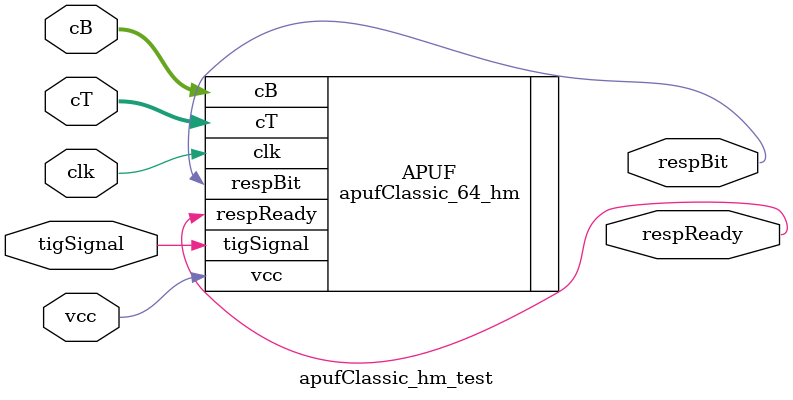
<source format=v>
`timescale 1ns / 1ps
module apufClassic_hm_test(
	clk, 
	tigSignal, 
	vcc,
	cT,
	cB,
	respReady, 
	respBit 
	);
	
	localparam nStage = 64;
	 
	input clk;
	input tigSignal;
	input vcc;
	input [nStage-1:0] cT,cB;    // Challenge for uppper and lower paths
	output respReady;            
	output respBit;

	(*KEEP_HIERARCHY = "TRUE"*)
	apufClassic_64_hm #(.nStage(nStage)) APUF(
			.clk(clk), 
			.tigSignal(tigSignal), 
			.vcc(vcc),
			.cT(cT),
			.cB(cB),
			.respReady(respReady), 
			.respBit(respBit) 
		);
		
endmodule

</source>
